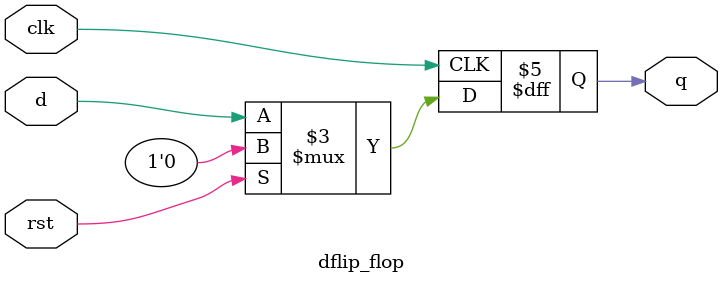
<source format=v>
module dflip_flop(
    input           clk,
    input           rst,
    input           d,
    output reg      q
);

// TODO: Implementasi logika D 
//flip-flop di sini
 always @(posedge clk) begin
	if (rst) begin
		q <= 0;
	end else begin
		q <= d;
		end
 end
endmodule
</source>
